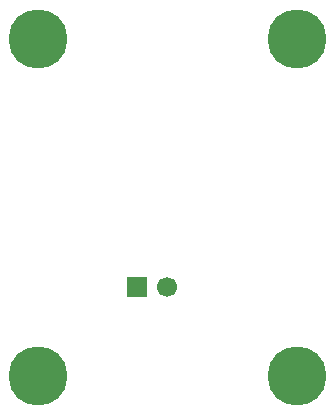
<source format=gbr>
%TF.GenerationSoftware,KiCad,Pcbnew,9.0.6*%
%TF.CreationDate,2025-11-07T23:12:57+00:00*%
%TF.ProjectId,DrawSchematic,44726177-5363-4686-956d-617469632e6b,rev?*%
%TF.SameCoordinates,Original*%
%TF.FileFunction,Soldermask,Bot*%
%TF.FilePolarity,Negative*%
%FSLAX46Y46*%
G04 Gerber Fmt 4.6, Leading zero omitted, Abs format (unit mm)*
G04 Created by KiCad (PCBNEW 9.0.6) date 2025-11-07 23:12:57*
%MOMM*%
%LPD*%
G01*
G04 APERTURE LIST*
%ADD10C,5.000000*%
%ADD11R,1.700000X1.700000*%
%ADD12C,1.700000*%
G04 APERTURE END LIST*
D10*
%TO.C,H2*%
X156500000Y-83500000D03*
%TD*%
%TO.C,H3*%
X156500000Y-112000000D03*
%TD*%
%TO.C,H4*%
X134500000Y-112000000D03*
%TD*%
D11*
%TO.C,J1*%
X142960000Y-104500000D03*
D12*
X145500000Y-104500000D03*
%TD*%
D10*
%TO.C,H1*%
X134500000Y-83500000D03*
%TD*%
M02*

</source>
